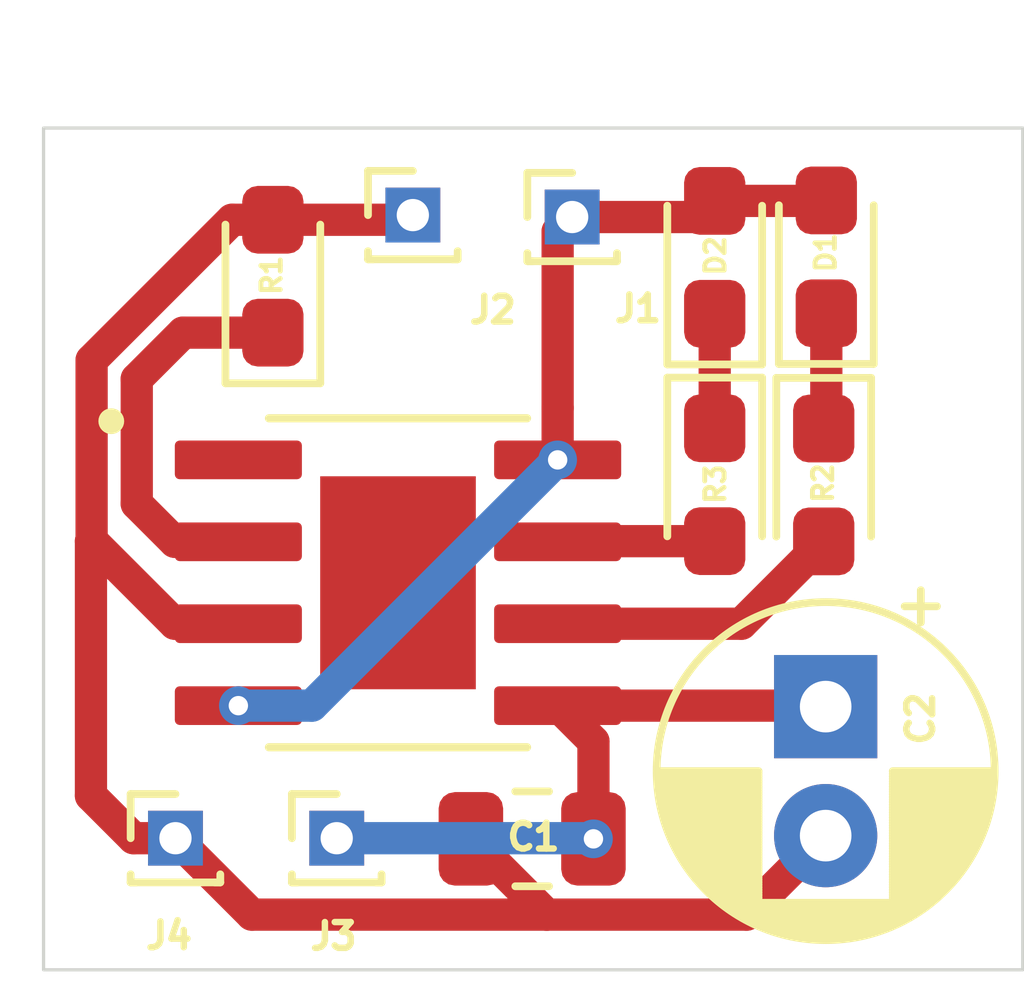
<source format=kicad_pcb>
(kicad_pcb (version 20240108) (generator "pcbnew") (generator_version "8.0")
  (layers (0 "F.Cu" signal) (31 "B.Cu" signal) (34 "B.Paste" user) (35 "F.Paste" user) (36 "B.SilkS" user "B.Silkscreen") (37 "F.SilkS" user "F.Silkscreen") (38 "B.Mask" user) (39 "F.Mask" user) (44 "Edge.Cuts" user))
  (net 0 "")
  (net 2 "0")
  (net 3 "Net-(D1-A)")
  (net 5 "Net-(D1-K)")
  (net 6 "Net-(D2-K)")
  (net 7 "Net-(U1-PROG)")
  (net 8 "Net-(U1-~{STDBY})")
  (net 9 "Net-(U1-~{CHRG})")
  (net 10 "Net-(J3-Pin_1)")
  (footprint "Capacitor_THT:CP_Radial_D5.0mm_P2.00mm" (layer "F.Cu") (at 134.63 66.42 -90)
    (property "Reference" "C2" (at 0.185112 -1.47 90) (layer "F.SilkS") (effects (font (size 0.4 0.4) (thickness 0.1))))
    (property "Value" "22uC")
    (fp_line (start 1 1.04) (end 1 2.58) (stroke (width 0.12)) (layer "F.SilkS"))
    (fp_line (start 1.04 1.04) (end 1.04 2.58) (stroke (width 0.12)) (layer "F.SilkS"))
    (fp_line (start 1.08 1.04) (end 1.08 2.579) (stroke (width 0.12)) (layer "F.SilkS"))
    (fp_line (start 1.12 1.04) (end 1.12 2.578) (stroke (width 0.12)) (layer "F.SilkS"))
    (fp_line (start 1.16 1.04) (end 1.16 2.576) (stroke (width 0.12)) (layer "F.SilkS"))
    (fp_line (start 1.2 1.04) (end 1.2 2.573) (stroke (width 0.12)) (layer "F.SilkS"))
    (fp_line (start 1.24 1.04) (end 1.24 2.569) (stroke (width 0.12)) (layer "F.SilkS"))
    (fp_line (start 1.28 1.04) (end 1.28 2.565) (stroke (width 0.12)) (layer "F.SilkS"))
    (fp_line (start 1.32 1.04) (end 1.32 2.561) (stroke (width 0.12)) (layer "F.SilkS"))
    (fp_line (start 1.36 1.04) (end 1.36 2.556) (stroke (width 0.12)) (layer "F.SilkS"))
    (fp_line (start 1.4 1.04) (end 1.4 2.55) (stroke (width 0.12)) (layer "F.SilkS"))
    (fp_line (start 1.44 1.04) (end 1.44 2.543) (stroke (width 0.12)) (layer "F.SilkS"))
    (fp_line (start 1.48 1.04) (end 1.48 2.536) (stroke (width 0.12)) (layer "F.SilkS"))
    (fp_line (start 1.52 1.04) (end 1.52 2.528) (stroke (width 0.12)) (layer "F.SilkS"))
    (fp_line (start 1.56 1.04) (end 1.56 2.52) (stroke (width 0.12)) (layer "F.SilkS"))
    (fp_line (start 1.6 1.04) (end 1.6 2.511) (stroke (width 0.12)) (layer "F.SilkS"))
    (fp_line (start 1.64 1.04) (end 1.64 2.501) (stroke (width 0.12)) (layer "F.SilkS"))
    (fp_line (start 1.68 1.04) (end 1.68 2.491) (stroke (width 0.12)) (layer "F.SilkS"))
    (fp_line (start 1.721 1.04) (end 1.721 2.48) (stroke (width 0.12)) (layer "F.SilkS"))
    (fp_line (start 1.761 1.04) (end 1.761 2.468) (stroke (width 0.12)) (layer "F.SilkS"))
    (fp_line (start 1.801 1.04) (end 1.801 2.455) (stroke (width 0.12)) (layer "F.SilkS"))
    (fp_line (start 1.841 1.04) (end 1.841 2.442) (stroke (width 0.12)) (layer "F.SilkS"))
    (fp_line (start 1.881 1.04) (end 1.881 2.428) (stroke (width 0.12)) (layer "F.SilkS"))
    (fp_line (start 1.921 1.04) (end 1.921 2.414) (stroke (width 0.12)) (layer "F.SilkS"))
    (fp_line (start 1.961 1.04) (end 1.961 2.398) (stroke (width 0.12)) (layer "F.SilkS"))
    (fp_line (start 2.001 1.04) (end 2.001 2.382) (stroke (width 0.12)) (layer "F.SilkS"))
    (fp_line (start 2.041 1.04) (end 2.041 2.365) (stroke (width 0.12)) (layer "F.SilkS"))
    (fp_line (start 2.081 1.04) (end 2.081 2.348) (stroke (width 0.12)) (layer "F.SilkS"))
    (fp_line (start 2.121 1.04) (end 2.121 2.329) (stroke (width 0.12)) (layer "F.SilkS"))
    (fp_line (start 2.161 1.04) (end 2.161 2.31) (stroke (width 0.12)) (layer "F.SilkS"))
    (fp_line (start 2.201 1.04) (end 2.201 2.29) (stroke (width 0.12)) (layer "F.SilkS"))
    (fp_line (start 2.241 1.04) (end 2.241 2.268) (stroke (width 0.12)) (layer "F.SilkS"))
    (fp_line (start 2.281 1.04) (end 2.281 2.247) (stroke (width 0.12)) (layer "F.SilkS"))
    (fp_line (start 2.321 1.04) (end 2.321 2.224) (stroke (width 0.12)) (layer "F.SilkS"))
    (fp_line (start 2.361 1.04) (end 2.361 2.2) (stroke (width 0.12)) (layer "F.SilkS"))
    (fp_line (start 2.401 1.04) (end 2.401 2.175) (stroke (width 0.12)) (layer "F.SilkS"))
    (fp_line (start 2.441 1.04) (end 2.441 2.149) (stroke (width 0.12)) (layer "F.SilkS"))
    (fp_line (start 2.481 1.04) (end 2.481 2.122) (stroke (width 0.12)) (layer "F.SilkS"))
    (fp_line (start 2.521 1.04) (end 2.521 2.095) (stroke (width 0.12)) (layer "F.SilkS"))
    (fp_line (start 2.561 1.04) (end 2.561 2.065) (stroke (width 0.12)) (layer "F.SilkS"))
    (fp_line (start 2.601 1.04) (end 2.601 2.035) (stroke (width 0.12)) (layer "F.SilkS"))
    (fp_line (start 2.641 1.04) (end 2.641 2.004) (stroke (width 0.12)) (layer "F.SilkS"))
    (fp_line (start 2.681 1.04) (end 2.681 1.971) (stroke (width 0.12)) (layer "F.SilkS"))
    (fp_line (start 2.721 1.04) (end 2.721 1.937) (stroke (width 0.12)) (layer "F.SilkS"))
    (fp_line (start 2.761 1.04) (end 2.761 1.901) (stroke (width 0.12)) (layer "F.SilkS"))
    (fp_line (start 2.801 1.04) (end 2.801 1.864) (stroke (width 0.12)) (layer "F.SilkS"))
    (fp_line (start 2.841 1.04) (end 2.841 1.826) (stroke (width 0.12)) (layer "F.SilkS"))
    (fp_line (start 2.881 1.04) (end 2.881 1.785) (stroke (width 0.12)) (layer "F.SilkS"))
    (fp_line (start 2.921 1.04) (end 2.921 1.743) (stroke (width 0.12)) (layer "F.SilkS"))
    (fp_line (start 2.961 1.04) (end 2.961 1.699) (stroke (width 0.12)) (layer "F.SilkS"))
    (fp_line (start 3.001 1.04) (end 3.001 1.653) (stroke (width 0.12)) (layer "F.SilkS"))
    (fp_line (start 3.601 -0.284) (end 3.601 0.284) (stroke (width 0.12)) (layer "F.SilkS"))
    (fp_line (start 3.561 -0.518) (end 3.561 0.518) (stroke (width 0.12)) (layer "F.SilkS"))
    (fp_line (start 3.521 -0.677) (end 3.521 0.677) (stroke (width 0.12)) (layer "F.SilkS"))
    (fp_line (start 3.481 -0.805) (end 3.481 0.805) (stroke (width 0.12)) (layer "F.SilkS"))
    (fp_line (start 3.441 -0.915) (end 3.441 0.915) (stroke (width 0.12)) (layer "F.SilkS"))
    (fp_line (start 3.401 -1.011) (end 3.401 1.011) (stroke (width 0.12)) (layer "F.SilkS"))
    (fp_line (start 3.361 -1.098) (end 3.361 1.098) (stroke (width 0.12)) (layer "F.SilkS"))
    (fp_line (start 3.321 -1.178) (end 3.321 1.178) (stroke (width 0.12)) (layer "F.SilkS"))
    (fp_line (start 3.281 -1.251) (end 3.281 1.251) (stroke (width 0.12)) (layer "F.SilkS"))
    (fp_line (start 3.241 -1.319) (end 3.241 1.319) (stroke (width 0.12)) (layer "F.SilkS"))
    (fp_line (start 3.201 -1.383) (end 3.201 1.383) (stroke (width 0.12)) (layer "F.SilkS"))
    (fp_line (start 3.161 -1.443) (end 3.161 1.443) (stroke (width 0.12)) (layer "F.SilkS"))
    (fp_line (start -1.804775 -1.475) (end -1.304775 -1.475) (stroke (width 0.12)) (layer "F.SilkS"))
    (fp_line (start 3.121 -1.5) (end 3.121 1.5) (stroke (width 0.12)) (layer "F.SilkS"))
    (fp_line (start 3.081 -1.554) (end 3.081 1.554) (stroke (width 0.12)) (layer "F.SilkS"))
    (fp_line (start 3.041 -1.605) (end 3.041 1.605) (stroke (width 0.12)) (layer "F.SilkS"))
    (fp_line (start 3.001 -1.653) (end 3.001 -1.04) (stroke (width 0.12)) (layer "F.SilkS"))
    (fp_line (start 2.961 -1.699) (end 2.961 -1.04) (stroke (width 0.12)) (layer "F.SilkS"))
    (fp_line (start -1.554775 -1.725) (end -1.554775 -1.225) (stroke (width 0.12)) (layer "F.SilkS"))
    (fp_line (start 2.921 -1.743) (end 2.921 -1.04) (stroke (width 0.12)) (layer "F.SilkS"))
    (fp_line (start 2.881 -1.785) (end 2.881 -1.04) (stroke (width 0.12)) (layer "F.SilkS"))
    (fp_line (start 2.841 -1.826) (end 2.841 -1.04) (stroke (width 0.12)) (layer "F.SilkS"))
    (fp_line (start 2.801 -1.864) (end 2.801 -1.04) (stroke (width 0.12)) (layer "F.SilkS"))
    (fp_line (start 2.761 -1.901) (end 2.761 -1.04) (stroke (width 0.12)) (layer "F.SilkS"))
    (fp_line (start 2.721 -1.937) (end 2.721 -1.04) (stroke (width 0.12)) (layer "F.SilkS"))
    (fp_line (start 2.681 -1.971) (end 2.681 -1.04) (stroke (width 0.12)) (layer "F.SilkS"))
    (fp_line (start 2.641 -2.004) (end 2.641 -1.04) (stroke (width 0.12)) (layer "F.SilkS"))
    (fp_line (start 2.601 -2.035) (end 2.601 -1.04) (stroke (width 0.12)) (layer "F.SilkS"))
    (fp_line (start 2.561 -2.065) (end 2.561 -1.04) (stroke (width 0.12)) (layer "F.SilkS"))
    (fp_line (start 2.521 -2.095) (end 2.521 -1.04) (stroke (width 0.12)) (layer "F.SilkS"))
    (fp_line (start 2.481 -2.122) (end 2.481 -1.04) (stroke (width 0.12)) (layer "F.SilkS"))
    (fp_line (start 2.441 -2.149) (end 2.441 -1.04) (stroke (width 0.12)) (layer "F.SilkS"))
    (fp_line (start 2.401 -2.175) (end 2.401 -1.04) (stroke (width 0.12)) (layer "F.SilkS"))
    (fp_line (start 2.361 -2.2) (end 2.361 -1.04) (stroke (width 0.12)) (layer "F.SilkS"))
    (fp_line (start 2.321 -2.224) (end 2.321 -1.04) (stroke (width 0.12)) (layer "F.SilkS"))
    (fp_line (start 2.281 -2.247) (end 2.281 -1.04) (stroke (width 0.12)) (layer "F.SilkS"))
    (fp_line (start 2.241 -2.268) (end 2.241 -1.04) (stroke (width 0.12)) (layer "F.SilkS"))
    (fp_line (start 2.201 -2.29) (end 2.201 -1.04) (stroke (width 0.12)) (layer "F.SilkS"))
    (fp_line (start 2.161 -2.31) (end 2.161 -1.04) (stroke (width 0.12)) (layer "F.SilkS"))
    (fp_line (start 2.121 -2.329) (end 2.121 -1.04) (stroke (width 0.12)) (layer "F.SilkS"))
    (fp_line (start 2.081 -2.348) (end 2.081 -1.04) (stroke (width 0.12)) (layer "F.SilkS"))
    (fp_line (start 2.041 -2.365) (end 2.041 -1.04) (stroke (width 0.12)) (layer "F.SilkS"))
    (fp_line (start 2.001 -2.382) (end 2.001 -1.04) (stroke (width 0.12)) (layer "F.SilkS"))
    (fp_line (start 1.961 -2.398) (end 1.961 -1.04) (stroke (width 0.12)) (layer "F.SilkS"))
    (fp_line (start 1.921 -2.414) (end 1.921 -1.04) (stroke (width 0.12)) (layer "F.SilkS"))
    (fp_line (start 1.881 -2.428) (end 1.881 -1.04) (stroke (width 0.12)) (layer "F.SilkS"))
    (fp_line (start 1.841 -2.442) (end 1.841 -1.04) (stroke (width 0.12)) (layer "F.SilkS"))
    (fp_line (start 1.801 -2.455) (end 1.801 -1.04) (stroke (width 0.12)) (layer "F.SilkS"))
    (fp_line (start 1.761 -2.468) (end 1.761 -1.04) (stroke (width 0.12)) (layer "F.SilkS"))
    (fp_line (start 1.721 -2.48) (end 1.721 -1.04) (stroke (width 0.12)) (layer "F.SilkS"))
    (fp_line (start 1.68 -2.491) (end 1.68 -1.04) (stroke (width 0.12)) (layer "F.SilkS"))
    (fp_line (start 1.64 -2.501) (end 1.64 -1.04) (stroke (width 0.12)) (layer "F.SilkS"))
    (fp_line (start 1.6 -2.511) (end 1.6 -1.04) (stroke (width 0.12)) (layer "F.SilkS"))
    (fp_line (start 1.56 -2.52) (end 1.56 -1.04) (stroke (width 0.12)) (layer "F.SilkS"))
    (fp_line (start 1.52 -2.528) (end 1.52 -1.04) (stroke (width 0.12)) (layer "F.SilkS"))
    (fp_line (start 1.48 -2.536) (end 1.48 -1.04) (stroke (width 0.12)) (layer "F.SilkS"))
    (fp_line (start 1.44 -2.543) (end 1.44 -1.04) (stroke (width 0.12)) (layer "F.SilkS"))
    (fp_line (start 1.4 -2.55) (end 1.4 -1.04) (stroke (width 0.12)) (layer "F.SilkS"))
    (fp_line (start 1.36 -2.556) (end 1.36 -1.04) (stroke (width 0.12)) (layer "F.SilkS"))
    (fp_line (start 1.32 -2.561) (end 1.32 -1.04) (stroke (width 0.12)) (layer "F.SilkS"))
    (fp_line (start 1.28 -2.565) (end 1.28 -1.04) (stroke (width 0.12)) (layer "F.SilkS"))
    (fp_line (start 1.24 -2.569) (end 1.24 -1.04) (stroke (width 0.12)) (layer "F.SilkS"))
    (fp_line (start 1.2 -2.573) (end 1.2 -1.04) (stroke (width 0.12)) (layer "F.SilkS"))
    (fp_line (start 1.16 -2.576) (end 1.16 -1.04) (stroke (width 0.12)) (layer "F.SilkS"))
    (fp_line (start 1.12 -2.578) (end 1.12 -1.04) (stroke (width 0.12)) (layer "F.SilkS"))
    (fp_line (start 1.08 -2.579) (end 1.08 -1.04) (stroke (width 0.12)) (layer "F.SilkS"))
    (fp_line (start 1 -2.58) (end 1 -1.04) (stroke (width 0.12)) (layer "F.SilkS"))
    (fp_line (start 1.04 -2.58) (end 1.04 -1.04) (stroke (width 0.12)) (layer "F.SilkS"))
    (fp_circle (center 1 0) (end 3.62 0) (stroke (width 0.12)) (fill none) (layer "F.SilkS"))
    (pad "1" thru_hole rect (at 0 0 270) (size 1.6 1.6) (drill 0.8) (layers "*.Cu" "*.Mask") (net 10 "Net-(J3-Pin_1)"))
    (pad "2" thru_hole circle (at 2 0 270) (size 1.6 1.6) (drill 0.8) (layers "*.Cu" "*.Mask") (net 2 "0"))
  )
  (footprint "Connector_PinHeader_1.00mm:PinHeader_1x01_P1.00mm_Vertical" (layer "F.Cu") (at 124.55 68.46)
    (property "Reference" "J4" (at -0.1 1.51 0) (layer "F.SilkS") (effects (font (size 0.4 0.4) (thickness 0.1))))
    (property "Value" "BAT_0V")
    (fp_line (start -0.695 -0.685) (end 0 -0.685) (stroke (width 0.12)) (layer "F.SilkS"))
    (fp_line (start -0.695 0) (end -0.695 -0.685) (stroke (width 0.12)) (layer "F.SilkS"))
    (fp_line (start -0.695 0.685) (end -0.695 0.56) (stroke (width 0.12)) (layer "F.SilkS"))
    (fp_line (start -0.695 0.685) (end -0.608276 0.685) (stroke (width 0.12)) (layer "F.SilkS"))
    (fp_line (start -0.695 0.685) (end 0.695 0.685) (stroke (width 0.12)) (layer "F.SilkS"))
    (fp_line (start 0.608276 0.685) (end 0.695 0.685) (stroke (width 0.12)) (layer "F.SilkS"))
    (fp_line (start 0.695 0.685) (end 0.695 0.56) (stroke (width 0.12)) (layer "F.SilkS"))
    (pad "1" thru_hole rect (at 0 0) (size 0.85 0.85) (drill 0.5) (layers "*.Cu" "*.Mask") (net 2 "0"))
  )
  (footprint "LED_SMD:LED_0603_1608Metric_Pad1.05x0.95mm_HandSolder" (layer "F.Cu") (at 132.91 62.98 -90)
    (property "Reference" "R3" (at -0.00875 -0.01 270) (layer "F.SilkS") (effects (font (size 0.3 0.3) (thickness 0.075))))
    (property "Value" "1k")
    (fp_line (start -1.66 0.735) (end 0.8 0.735) (stroke (width 0.12)) (layer "F.SilkS"))
    (fp_line (start -1.66 -0.735) (end -1.66 0.735) (stroke (width 0.12)) (layer "F.SilkS"))
    (fp_line (start 0.8 -0.735) (end -1.66 -0.735) (stroke (width 0.12)) (layer "F.SilkS"))
    (pad "1" smd roundrect (at -0.875 0 270) (size 1.05 0.95) (layers "F.Cu" "F.Paste" "F.Mask") (net 6 "Net-(D2-K)"))
    (pad "2" smd roundrect (at 0.875 0 270) (size 1.05 0.95) (layers "F.Cu" "F.Paste" "F.Mask") (net 9 "Net-(U1-~{CHRG})"))
  )
  (footprint "LED_SMD:LED_0603_1608Metric_Pad1.05x0.95mm_HandSolder" (layer "F.Cu") (at 134.64 59.4475 90)
    (property "Reference" "D1" (at 0.06625 -0.01 90) (layer "F.SilkS") (effects (font (size 0.3 0.3) (thickness 0.075))))
    (property "Value" "LED_Green")
    (fp_line (start 0.8 -0.735) (end -1.66 -0.735) (stroke (width 0.12)) (layer "F.SilkS"))
    (fp_line (start -1.66 -0.735) (end -1.66 0.735) (stroke (width 0.12)) (layer "F.SilkS"))
    (fp_line (start -1.66 0.735) (end 0.8 0.735) (stroke (width 0.12)) (layer "F.SilkS"))
    (pad "1" smd roundrect (at -0.875 0 90) (size 1.05 0.95) (layers "F.Cu" "F.Paste" "F.Mask") (net 5 "Net-(D1-K)"))
    (pad "2" smd roundrect (at 0.875 0 90) (size 1.05 0.95) (layers "F.Cu" "F.Paste" "F.Mask") (net 3 "Net-(D1-A)"))
  )
  (footprint "LED_SMD:LED_0603_1608Metric_Pad1.05x0.95mm_HandSolder" (layer "F.Cu") (at 132.91 59.455 90)
    (property "Reference" "D2" (at 0.02375 0.01 90) (layer "F.SilkS") (effects (font (size 0.3 0.3) (thickness 0.075))))
    (property "Value" "LED_Red")
    (fp_line (start 0.8 -0.735) (end -1.66 -0.735) (stroke (width 0.12)) (layer "F.SilkS"))
    (fp_line (start -1.66 -0.735) (end -1.66 0.735) (stroke (width 0.12)) (layer "F.SilkS"))
    (fp_line (start -1.66 0.735) (end 0.8 0.735) (stroke (width 0.12)) (layer "F.SilkS"))
    (pad "1" smd roundrect (at -0.875 0 90) (size 1.05 0.95) (layers "F.Cu" "F.Paste" "F.Mask") (net 6 "Net-(D2-K)"))
    (pad "2" smd roundrect (at 0.875 0 90) (size 1.05 0.95) (layers "F.Cu" "F.Paste" "F.Mask") (net 3 "Net-(D1-A)"))
  )
  (footprint "LED_SMD:LED_0603_1608Metric_Pad1.05x0.95mm_HandSolder" (layer "F.Cu") (at 126.06 59.7475 90)
    (property "Reference" "R1" (at 0.015 -0.02 90) (layer "F.SilkS") (effects (font (size 0.3 0.3) (thickness 0.075))))
    (property "Value" "1k")
    (fp_line (start 0.8 -0.735) (end -1.66 -0.735) (stroke (width 0.12)) (layer "F.SilkS"))
    (fp_line (start -1.66 -0.735) (end -1.66 0.735) (stroke (width 0.12)) (layer "F.SilkS"))
    (fp_line (start -1.66 0.735) (end 0.8 0.735) (stroke (width 0.12)) (layer "F.SilkS"))
    (pad "1" smd roundrect (at -0.875 0 90) (size 1.05 0.95) (layers "F.Cu" "F.Paste" "F.Mask") (net 7 "Net-(U1-PROG)"))
    (pad "2" smd roundrect (at 0.875 0 90) (size 1.05 0.95) (layers "F.Cu" "F.Paste" "F.Mask") (net 2 "0"))
  )
  (footprint "Connector_PinHeader_1.00mm:PinHeader_1x01_P1.00mm_Vertical" (layer "F.Cu") (at 128.23 58.8)
    (property "Reference" "J2" (at 1.24 1.47 0) (layer "F.SilkS") (effects (font (size 0.4 0.4) (thickness 0.1))))
    (property "Value" "IN_0V")
    (fp_line (start -0.695 -0.685) (end 0 -0.685) (stroke (width 0.12)) (layer "F.SilkS"))
    (fp_line (start -0.695 0) (end -0.695 -0.685) (stroke (width 0.12)) (layer "F.SilkS"))
    (fp_line (start -0.695 0.685) (end -0.695 0.56) (stroke (width 0.12)) (layer "F.SilkS"))
    (fp_line (start -0.695 0.685) (end -0.608276 0.685) (stroke (width 0.12)) (layer "F.SilkS"))
    (fp_line (start -0.695 0.685) (end 0.695 0.685) (stroke (width 0.12)) (layer "F.SilkS"))
    (fp_line (start 0.608276 0.685) (end 0.695 0.685) (stroke (width 0.12)) (layer "F.SilkS"))
    (fp_line (start 0.695 0.685) (end 0.695 0.56) (stroke (width 0.12)) (layer "F.SilkS"))
    (pad "1" thru_hole rect (at 0 0) (size 0.85 0.85) (drill 0.5) (layers "*.Cu" "*.Mask") (net 2 "0"))
  )
  (footprint "Connector_PinHeader_1.00mm:PinHeader_1x01_P1.00mm_Vertical" (layer "F.Cu") (at 130.7 58.83)
    (property "Reference" "J1" (at 1.02 1.42 0) (layer "F.SilkS") (effects (font (size 0.4 0.4) (thickness 0.1))))
    (property "Value" "IN_5V")
    (fp_line (start -0.695 -0.685) (end 0 -0.685) (stroke (width 0.12)) (layer "F.SilkS"))
    (fp_line (start -0.695 0) (end -0.695 -0.685) (stroke (width 0.12)) (layer "F.SilkS"))
    (fp_line (start -0.695 0.685) (end -0.695 0.56) (stroke (width 0.12)) (layer "F.SilkS"))
    (fp_line (start -0.695 0.685) (end -0.608276 0.685) (stroke (width 0.12)) (layer "F.SilkS"))
    (fp_line (start -0.695 0.685) (end 0.695 0.685) (stroke (width 0.12)) (layer "F.SilkS"))
    (fp_line (start 0.608276 0.685) (end 0.695 0.685) (stroke (width 0.12)) (layer "F.SilkS"))
    (fp_line (start 0.695 0.685) (end 0.695 0.56) (stroke (width 0.12)) (layer "F.SilkS"))
    (pad "1" thru_hole rect (at 0 0) (size 0.85 0.85) (drill 0.5) (layers "*.Cu" "*.Mask") (net 3 "Net-(D1-A)"))
  )
  (footprint "Capacitor_SMD:C_0805_2012Metric" (layer "F.Cu") (at 130.08 68.47 180)
    (property "Reference" "C1" (at -0.02 0.03 360) (layer "F.SilkS") (effects (font (size 0.4 0.4) (thickness 0.1))))
    (property "Value" "0.1uC")
    (fp_line (start -0.261252 0.735) (end 0.261252 0.735) (stroke (width 0.12)) (layer "F.SilkS"))
    (fp_line (start -0.261252 -0.735) (end 0.261252 -0.735) (stroke (width 0.12)) (layer "F.SilkS"))
    (pad "1" smd roundrect (at -0.95 0 180) (size 1 1.45) (layers "F.Cu" "F.Paste" "F.Mask") (net 10 "Net-(J3-Pin_1)"))
    (pad "2" smd roundrect (at 0.95 0 180) (size 1 1.45) (layers "F.Cu" "F.Paste" "F.Mask") (net 2 "0"))
  )
  (footprint "TP4056:SOP127P600X175-9N" (layer "F.Cu") (at 128 64.5)
    (property "Reference" "U1" (hide yes))
    (property "Value" "TP4056")
    (fp_line (start -2 -2.55) (end 2 -2.55) (stroke (width 0.127)) (layer "F.SilkS"))
    (fp_line (start -2 2.55) (end 2 2.55) (stroke (width 0.127)) (layer "F.SilkS"))
    (fp_circle (center -4.445 -2.505) (end -4.345 -2.505) (stroke (width 0.2)) (fill none) (layer "F.SilkS"))
    (pad "1" smd roundrect (at -2.475 -1.905) (size 1.97 0.6) (layers "F.Cu" "F.Paste" "F.Mask") (roundrect_rratio 0.125))
    (pad "2" smd roundrect (at -2.475 -0.635) (size 1.97 0.6) (layers "F.Cu" "F.Paste" "F.Mask") (roundrect_rratio 0.125) (net 7 "Net-(U1-PROG)"))
    (pad "3" smd roundrect (at -2.475 0.635) (size 1.97 0.6) (layers "F.Cu" "F.Paste" "F.Mask") (roundrect_rratio 0.125) (net 2 "0"))
    (pad "4" smd roundrect (at -2.475 1.905) (size 1.97 0.6) (layers "F.Cu" "F.Paste" "F.Mask") (roundrect_rratio 0.125) (net 3 "Net-(D1-A)"))
    (pad "5" smd roundrect (at 2.475 1.905) (size 1.97 0.6) (layers "F.Cu" "F.Paste" "F.Mask") (roundrect_rratio 0.125) (net 10 "Net-(J3-Pin_1)"))
    (pad "6" smd roundrect (at 2.475 0.635) (size 1.97 0.6) (layers "F.Cu" "F.Paste" "F.Mask") (roundrect_rratio 0.125) (net 8 "Net-(U1-~{STDBY})"))
    (pad "7" smd roundrect (at 2.475 -0.635) (size 1.97 0.6) (layers "F.Cu" "F.Paste" "F.Mask") (roundrect_rratio 0.125) (net 9 "Net-(U1-~{CHRG})"))
    (pad "8" smd roundrect (at 2.475 -1.905) (size 1.97 0.6) (layers "F.Cu" "F.Paste" "F.Mask") (roundrect_rratio 0.125) (net 3 "Net-(D1-A)"))
    (pad "9" smd rect (at 0 0) (size 2.413 3.302) (layers "F.Cu" "F.Mask"))
  )
  (footprint "LED_SMD:LED_0603_1608Metric_Pad1.05x0.95mm_HandSolder" (layer "F.Cu") (at 134.6 62.98375 -90)
    (property "Reference" "R2" (at -0.02875 0.01 270) (layer "F.SilkS") (effects (font (size 0.3 0.3) (thickness 0.075))))
    (property "Value" "1k")
    (fp_line (start -1.66 0.735) (end 0.8 0.735) (stroke (width 0.12)) (layer "F.SilkS"))
    (fp_line (start -1.66 -0.735) (end -1.66 0.735) (stroke (width 0.12)) (layer "F.SilkS"))
    (fp_line (start 0.8 -0.735) (end -1.66 -0.735) (stroke (width 0.12)) (layer "F.SilkS"))
    (pad "1" smd roundrect (at -0.875 0 270) (size 1.05 0.95) (layers "F.Cu" "F.Paste" "F.Mask") (net 5 "Net-(D1-K)"))
    (pad "2" smd roundrect (at 0.875 0 270) (size 1.05 0.95) (layers "F.Cu" "F.Paste" "F.Mask") (net 8 "Net-(U1-~{STDBY})"))
  )
  (footprint "Connector_PinHeader_1.00mm:PinHeader_1x01_P1.00mm_Vertical" (layer "F.Cu") (at 127.05 68.46)
    (property "Reference" "J3" (at -0.05 1.52 0) (layer "F.SilkS") (effects (font (size 0.4 0.4) (thickness 0.1))))
    (property "Value" "BAT_5V")
    (fp_line (start -0.695 -0.685) (end 0 -0.685) (stroke (width 0.12)) (layer "F.SilkS"))
    (fp_line (start -0.695 0) (end -0.695 -0.685) (stroke (width 0.12)) (layer "F.SilkS"))
    (fp_line (start -0.695 0.685) (end -0.695 0.56) (stroke (width 0.12)) (layer "F.SilkS"))
    (fp_line (start -0.695 0.685) (end -0.608276 0.685) (stroke (width 0.12)) (layer "F.SilkS"))
    (fp_line (start -0.695 0.685) (end 0.695 0.685) (stroke (width 0.12)) (layer "F.SilkS"))
    (fp_line (start 0.608276 0.685) (end 0.695 0.685) (stroke (width 0.12)) (layer "F.SilkS"))
    (fp_line (start 0.695 0.685) (end 0.695 0.56) (stroke (width 0.12)) (layer "F.SilkS"))
    (pad "1" thru_hole rect (at 0 0) (size 0.85 0.85) (drill 0.5) (layers "*.Cu" "*.Mask") (net 10 "Net-(J3-Pin_1)"))
  )
  (gr_rect (start 122.505 57.45) (end 137.685 70.5) (stroke (width 0.05)) (fill none) (layer "Edge.Cuts"))
  (segment (start 130.305 69.645) (end 133.405 69.645) (width 0.5) (layer "F.Cu") (net 2))
  (segment (start 125.4275 58.8725) (end 126.06 58.8725) (width 0.5) (layer "F.Cu") (net 2))
  (segment (start 124.55 68.46) (end 125.735 69.645) (width 0.5) (layer "F.Cu") (net 2))
  (segment (start 123.9 68.46) (end 123.24 67.8) (width 0.5) (layer "F.Cu") (net 2))
  (segment (start 124.55 68.46) (end 123.9 68.46) (width 0.5) (layer "F.Cu") (net 2))
  (segment (start 126.06 58.8725) (end 128.1575 58.8725) (width 0.5) (layer "F.Cu") (net 2))
  (segment (start 125.525 65.135) (end 124.540001 65.135) (width 0.5) (layer "F.Cu") (net 2))
  (segment (start 123.24 67.8) (end 123.24 63.854999) (width 0.5) (layer "F.Cu") (net 2))
  (segment (start 129.13 68.47) (end 130.305 69.645) (width 0.5) (layer "F.Cu") (net 2))
  (segment (start 128.1575 58.8725) (end 128.23 58.8) (width 0.5) (layer "F.Cu") (net 2))
  (segment (start 133.405 69.645) (end 134.63 68.42) (width 0.5) (layer "F.Cu") (net 2))
  (segment (start 123.24 63.854999) (end 123.25 63.844999) (width 0.5) (layer "F.Cu") (net 2))
  (segment (start 123.25 63.844999) (end 123.25 61.05) (width 0.5) (layer "F.Cu") (net 2))
  (segment (start 124.540001 65.135) (end 123.25 63.844999) (width 0.5) (layer "F.Cu") (net 2))
  (segment (start 123.25 61.05) (end 125.4275 58.8725) (width 0.5) (layer "F.Cu") (net 2))
  (segment (start 125.735 69.645) (end 130.305 69.645) (width 0.5) (layer "F.Cu") (net 2))
  (segment (start 130.475 61.79) (end 130.475 59.055) (width 0.5) (layer "F.Cu") (net 3))
  (segment (start 134.6325 58.58) (end 134.64 58.5725) (width 0.5) (layer "F.Cu") (net 3))
  (segment (start 130.7 58.83) (end 132.66 58.83) (width 0.5) (layer "F.Cu") (net 3))
  (segment (start 132.66 58.83) (end 132.91 58.58) (width 0.5) (layer "F.Cu") (net 3))
  (segment (start 132.91 58.58) (end 134.6325 58.58) (width 0.5) (layer "F.Cu") (net 3))
  (segment (start 130.475 59.055) (end 130.7 58.83) (width 0.5) (layer "F.Cu") (net 3))
  (segment (start 130.475 62.595) (end 130.475 61.79) (width 0.5) (layer "F.Cu") (net 3))
  (via (at 130.475 62.595) (size 0.6) (drill 0.3) (layers "F.Cu" "B.Cu") (net 3))
  (via (at 125.525 66.405) (size 0.6) (drill 0.3) (layers "F.Cu" "B.Cu") (net 3))
  (segment (start 125.525 66.405) (end 126.665 66.405) (width 0.5) (layer "B.Cu") (net 3))
  (segment (start 126.665 66.405) (end 130.475 62.595) (width 0.5) (layer "B.Cu") (net 3))
  (segment (start 134.64 60.3225) (end 134.64 62.06875) (width 0.5) (layer "F.Cu") (net 5))
  (segment (start 134.64 62.06875) (end 134.6 62.10875) (width 0.5) (layer "F.Cu") (net 5))
  (segment (start 132.91 60.33) (end 132.91 62.105) (width 0.5) (layer "F.Cu") (net 6))
  (segment (start 123.95 61.34) (end 124.6675 60.6225) (width 0.5) (layer "F.Cu") (net 7))
  (segment (start 124.6675 60.6225) (end 126.06 60.6225) (width 0.5) (layer "F.Cu") (net 7))
  (segment (start 125.525 63.865) (end 124.540001 63.865) (width 0.5) (layer "F.Cu") (net 7))
  (segment (start 123.95 63.274999) (end 123.95 61.34) (width 0.5) (layer "F.Cu") (net 7))
  (segment (start 124.540001 63.865) (end 123.95 63.274999) (width 0.5) (layer "F.Cu") (net 7))
  (segment (start 130.475 65.135) (end 133.32375 65.135) (width 0.5) (layer "F.Cu") (net 8))
  (segment (start 133.32375 65.135) (end 134.6 63.85875) (width 0.5) (layer "F.Cu") (net 8))
  (segment (start 130.485 63.855) (end 130.475 63.865) (width 0.5) (layer "F.Cu") (net 9))
  (segment (start 132.91 63.855) (end 130.485 63.855) (width 0.5) (layer "F.Cu") (net 9))
  (segment (start 131.03 66.96) (end 130.475 66.405) (width 0.5) (layer "F.Cu") (net 10))
  (segment (start 134.615 66.405) (end 134.63 66.42) (width 0.5) (layer "F.Cu") (net 10))
  (segment (start 130.475 66.405) (end 134.615 66.405) (width 0.5) (layer "F.Cu") (net 10))
  (segment (start 131.03 68.47) (end 131.03 66.96) (width 0.5) (layer "F.Cu") (net 10))
  (via (at 131.03 68.47) (size 0.6) (drill 0.3) (layers "F.Cu" "B.Cu") (net 10))
  (segment (start 127.05 68.46) (end 131.02 68.46) (width 0.5) (layer "B.Cu") (net 10))
  (segment (start 131.02 68.46) (end 131.03 68.47) (width 0.5) (layer "B.Cu") (net 10))
)
</source>
